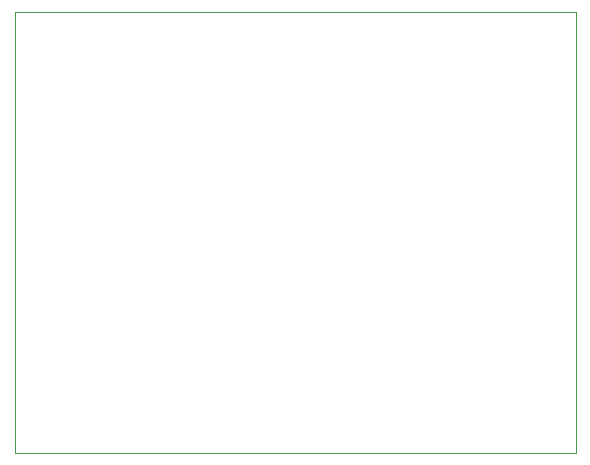
<source format=gbr>
%TF.GenerationSoftware,KiCad,Pcbnew,(6.0.2)*%
%TF.CreationDate,2023-09-05T21:11:47-07:00*%
%TF.ProjectId,parabolic_microphone,70617261-626f-46c6-9963-5f6d6963726f,rev?*%
%TF.SameCoordinates,Original*%
%TF.FileFunction,Profile,NP*%
%FSLAX46Y46*%
G04 Gerber Fmt 4.6, Leading zero omitted, Abs format (unit mm)*
G04 Created by KiCad (PCBNEW (6.0.2)) date 2023-09-05 21:11:47*
%MOMM*%
%LPD*%
G01*
G04 APERTURE LIST*
%TA.AperFunction,Profile*%
%ADD10C,0.100000*%
%TD*%
G04 APERTURE END LIST*
D10*
X114808000Y-70713600D02*
X67310000Y-70713600D01*
X67310000Y-70713600D02*
X67310000Y-33324800D01*
X67310000Y-33324800D02*
X114808000Y-33324800D01*
X114808000Y-33324800D02*
X114808000Y-70713600D01*
M02*

</source>
